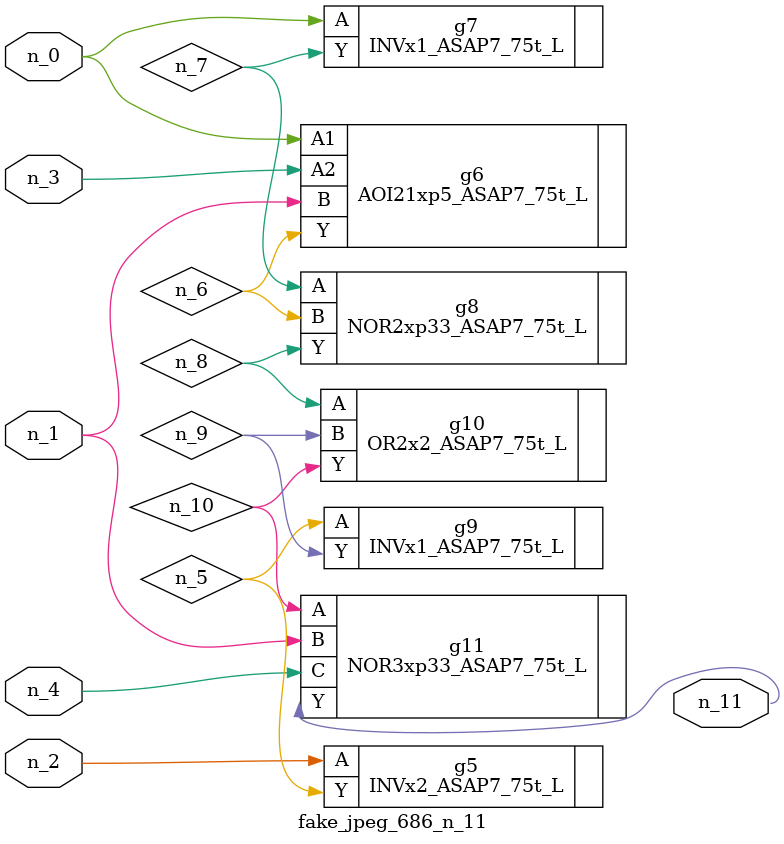
<source format=v>
module fake_jpeg_686_n_11 (n_3, n_2, n_1, n_0, n_4, n_11);

input n_3;
input n_2;
input n_1;
input n_0;
input n_4;

output n_11;

wire n_10;
wire n_8;
wire n_9;
wire n_6;
wire n_5;
wire n_7;

INVx2_ASAP7_75t_L g5 ( 
.A(n_2),
.Y(n_5)
);

AOI21xp5_ASAP7_75t_L g6 ( 
.A1(n_0),
.A2(n_3),
.B(n_1),
.Y(n_6)
);

INVx1_ASAP7_75t_L g7 ( 
.A(n_0),
.Y(n_7)
);

NOR2xp33_ASAP7_75t_L g8 ( 
.A(n_7),
.B(n_6),
.Y(n_8)
);

OR2x2_ASAP7_75t_L g10 ( 
.A(n_8),
.B(n_9),
.Y(n_10)
);

INVx1_ASAP7_75t_L g9 ( 
.A(n_5),
.Y(n_9)
);

NOR3xp33_ASAP7_75t_L g11 ( 
.A(n_10),
.B(n_1),
.C(n_4),
.Y(n_11)
);


endmodule
</source>
